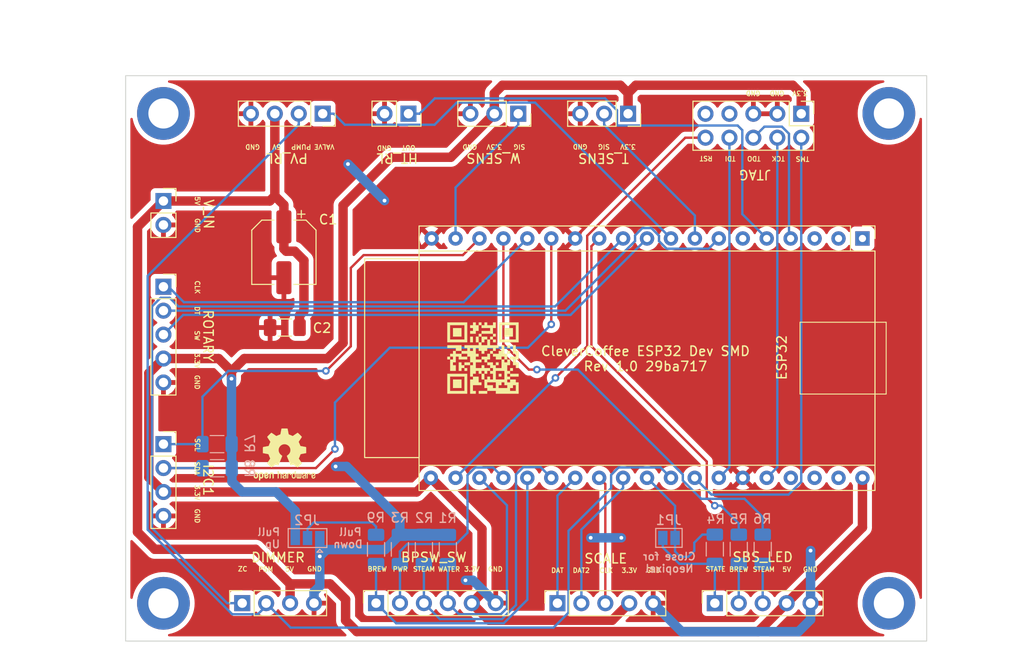
<source format=kicad_pcb>
(kicad_pcb (version 20221018) (generator pcbnew)
  (title_block (date "2023-12-26") (rev "1.6"))
  (layers (0 "F.Cu" signal) (31 "B.Cu" signal) (34 "B.Paste" user) (35 "F.Paste" user) (36 "B.SilkS" user "B.Silkscreen") (37 "F.SilkS" user "F.Silkscreen") (38 "B.Mask" user) (39 "F.Mask" user) (44 "Edge.Cuts" user))
  (net 0 "")
  (net 1 "IO16")
  (net 2 "+3V3")
  (net 3 "GND")
  (net 4 "TDO")
  (net 5 "IO2")
  (net 6 "IO34")
  (net 7 "ZC")
  (net 9 "IO19")
  (net 10 "RT_DT")
  (net 11 "VALVE")
  (net 12 "SDA")
  (net 13 "RT_SW")
  (net 14 "RT_CLK")
  (net 15 "SCL")
  (net 16 "IO36")
  (net 17 "RST")
  (net 18 "IO1")
  (net 19 "IO39")
  (net 20 "IO35")
  (net 21 "IO26")
  (net 22 "SC_DAT")
  (net 23 "TMS")
  (net 24 "TDI")
  (net 25 "TCK")
  (net 26 "+5V")
  (net 29 "IO23")
  (net 30 "SC_CLK")
  (net 31 "PUMP")
  (net 33 "SC_DAT2")
  (net 37 "Net-(JP1-A)")
  (net 40 "Net-(JP2-C)")
  (net 41 "Net-(SBS_LED1-Pin_2)")
  (net 42 "Net-(SBS_LED1-Pin_3)")
  (footprint "Connector_PinSocket_2.54mm:PinSocket_1x02_P2.54mm_Vertical" (layer "F.Cu") (at 129.83 84.035 -90)
    (fp_text reference "HT_RL")
    (fp_text value "Conn_01x02")
  )
  (footprint "Connector_PinSocket_2.54mm:PinSocket_1x04_P2.54mm_Vertical" (layer "F.Cu") (at 120.73 84.035 -90)
    (fp_text reference "PV_RL")
    (fp_text value "Conn_01x04")
  )
  (footprint "Capacitor_SMD:C_1206_3216Metric_Pad1.33x1.80mm_HandSolder" (layer "F.Cu") (at 116.71 106.73 180)
    (fp_text reference "C2")
    (fp_text value "100 nF")
  )
  (footprint "MountingHole:MountingHole_3.2mm_M3_DIN965_Pad" (layer "F.Cu") (at 103.83 84.01)
    (fp_text reference "H1")
    (fp_text value "MountingHole_3.2mm_M3_DIN965_Pad")
  )
  (footprint "Connector_PinSocket_2.54mm:PinSocket_1x05_P2.54mm_Vertical" (layer "F.Cu") (at 145.64 135.98 90)
    (fp_text reference "SCALE")
    (fp_text value "Conn_01x05")
  )
  (footprint "MountingHole:MountingHole_3.2mm_M3_DIN965_Pad" (layer "F.Cu") (at 103.83 135.99)
    (fp_text reference "H4")
    (fp_text value "MountingHole_3.2mm_M3_DIN965_Pad")
  )
  (footprint "Connector_PinSocket_2.54mm:PinSocket_1x03_P2.54mm_Vertical" (layer "F.Cu") (at 153.135 84.04 -90)
    (fp_text reference "T_SENS")
    (fp_text value "Conn_01x03")
  )
  (footprint "Connector_PinSocket_2.54mm:PinSocket_1x05_P2.54mm_Vertical" (layer "F.Cu") (at 103.83 102.4)
    (fp_text reference "ROTARY")
    (fp_text value "Conn_01x05")
  )
  (footprint "MountingHole:MountingHole_3.2mm_M3_DIN965_Pad" (layer "F.Cu") (at 180.81 135.99)
    (fp_text reference "H3")
    (fp_text value "MountingHole_3.2mm_M3_DIN965_Pad")
  )
  (footprint "Connector_PinSocket_2.54mm:PinSocket_1x03_P2.54mm_Vertical" (layer "F.Cu") (at 141.48 84.04 -90)
    (fp_text reference "W_SENS")
    (fp_text value "Conn_01x03")
  )
  (footprint "Connector_PinSocket_2.54mm:PinSocket_1x02_P2.54mm_Vertical" (layer "F.Cu") (at 103.83 93.3)
    (fp_text reference "V_IN")
    (fp_text value "Conn_01x02")
  )
  (footprint "Connector_PinSocket_2.54mm:PinSocket_1x06_P2.54mm_Vertical" (layer "F.Cu") (at 126.39 135.97 90)
    (fp_text reference "BPSW_SW")
    (fp_text value "Conn_01x06")
  )
  (footprint "Connector_PinSocket_2.54mm:PinSocket_1x05_P2.54mm_Vertical" (layer "F.Cu") (at 162.34 135.98 90)
    (fp_text reference "SBS_LED")
    (fp_text value "Conn_01x05")
  )
  (footprint "Module:NodeMCU DevKitC v4" (layer "F.Cu") (at 178.005 97.2775 -90)
    (fp_text reference "ESP32")
    (fp_text value "NodeMCU_DevKitC_v4")
  )
  (footprint "MountingHole:MountingHole_3.2mm_M3_DIN965_Pad" (layer "F.Cu") (at 180.81 84.01)
    (fp_text reference "H2")
    (fp_text value "MountingHole_3.2mm_M3_DIN965_Pad")
  )
  (footprint "LOGO" (layer "F.Cu") (at 137.73 109.96)
    (fp_text reference "G***" hide)
    (fp_text value "LOGO" hide)
  )
  (footprint "Connector_PinSocket_2.54mm:PinSocket_1x04_P2.54mm_Vertical" (layer "F.Cu") (at 112.19 135.975 90)
    (fp_text reference "DIMMER")
    (fp_text value "Conn_01x04")
  )
  (footprint "Capacitor_SMD:CP_Elec_6.3x7.7" (layer "F.Cu") (at 116.6125 98.74 -90)
    (fp_text reference "C1")
    (fp_text value "220 μF")
  )
  (footprint "Connector_PinHeader_2.54mm:PinHeader_2x05_P2.54mm_Vertical" (layer "F.Cu") (at 171.51 84.045 -90)
    (fp_text reference "JTAG")
    (fp_text value "Conn_ARM_JTAG_SWD_10")
  )
  (footprint "Connector_PinSocket_2.54mm:PinSocket_1x04_P2.54mm_Vertical" (layer "F.Cu") (at 103.83 119.1)
    (fp_text reference "I2C1")
    (fp_text value "Conn_01x04")
  )
  (footprint "Symbol:OSHW-Logo2_7.3x6mm_SilkScreen" (layer "F.Cu") (at 116.68 120.2)
    (fp_text reference "REF**" hide)
    (fp_text value "OSHW-Logo2_7.3x6mm_SilkScreen" hide)
  )
  (footprint "Resistor_SMD:R_1206_3216Metric_Pad1.30x1.75mm_HandSolder" (layer "B.Cu") (at 128.92 130.27 -90)
    (fp_text reference "R3")
    (fp_text value "47K Ω")
  )
  (footprint "Resistor_SMD:R_1206_3216Metric_Pad1.30x1.75mm_HandSolder" (layer "B.Cu") (at 164.88 130.25 90)
    (fp_text reference "R5")
    (fp_text value "220 Ω")
  )
  (footprint "Resistor_SMD:R_1206_3216Metric_Pad1.30x1.75mm_HandSolder" (layer "B.Cu") (at 109.52 119.1)
    (fp_text reference "R7")
    (fp_text value "4K7 Ω")
  )
  (footprint "Resistor_SMD:R_1206_3216Metric_Pad1.30x1.75mm_HandSolder" (layer "B.Cu") (at 167.42 130.25 90)
    (fp_text reference "R6")
    (fp_text value "220 Ω")
  )
  (footprint "Resistor_SMD:R_1206_3216Metric_Pad1.30x1.75mm_HandSolder" (layer "B.Cu") (at 162.34 130.25 90)
    (fp_text reference "R4")
    (fp_text value "220 Ω")
  )
  (footprint "Resistor_SMD:R_1206_3216Metric_Pad1.30x1.75mm_HandSolder" (layer "B.Cu") (at 126.39 130.27 -90)
    (fp_text reference "R9")
    (fp_text value "47K Ω")
  )
  (footprint "Jumper:SolderJumper-2_P1.3mm_Open_Pad1.0x1.5mm" (layer "B.Cu") (at 157.47 129.05)
    (fp_text reference "JP1")
    (fp_text value "SolderJumper_2_Open")
  )
  (footprint "Resistor_SMD:R_1206_3216Metric_Pad1.30x1.75mm_HandSolder" (layer "B.Cu") (at 134.01 130.28 -90)
    (fp_text reference "R1")
    (fp_text value "47K Ω")
  )
  (footprint "Resistor_SMD:R_1206_3216Metric_Pad1.30x1.75mm_HandSolder" (layer "B.Cu") (at 131.47 130.27 -90)
    (fp_text reference "R2")
    (fp_text value "47K Ω")
  )
  (footprint "Jumper:SolderJumper-3_P1.3mm_Open_Pad1.0x1.5mm" (layer "B.Cu") (at 119.12 129.0675 180)
    (fp_text reference "JP2")
    (fp_text value "SolderJumper_3_Open")
  )
  (footprint "Resistor_SMD:R_1206_3216Metric_Pad1.30x1.75mm_HandSolder" (layer "B.Cu") (at 109.53 121.66)
    (fp_text reference "R8")
    (fp_text value "4K7 Ω")
  )
  (gr_rect (start 99.82 80) (end 184.82 140) (stroke (width 0.1)) (fill none) (layer "Edge.Cuts"))
  (gr_text "Pull \nDown" (at 121.77 130.1875) (layer "B.SilkS") (effects (font (size 0.8 0.8)) (justify right bottom mirror)))
  (gr_text "Pull\nUp" (at 116.28 130.1875) (layer "B.SilkS") (effects (font (size 0.8 0.8)) (justify left bottom mirror)))
  (gr_text "Close for\nNeopixel" (at 157.51 132.78) (layer "B.SilkS") (effects (font (size 0.8 0.8)) (justify bottom mirror)))
  (gr_text "RST" (at 161.415 88.78 180) (layer "F.SilkS") (effects (font (size 0.5 0.5) (thickness 0.1))))
  (gr_text "PUMP" (at 118.445 87.55 180) (layer "F.SilkS") (effects (font (size 0.5 0.5) (thickness 0.1))))
  (gr_text "3.3V\n" (at 136.56 132.37) (layer "F.SilkS") (effects (font (size 0.5 0.5) (thickness 0.1))))
  (gr_text "3.3V" (at 153.265 132.505) (layer "F.SilkS") (effects (font (size 0.5 0.5) (thickness 0.1))))
  (gr_text "GND" (at 155.815 132.48) (layer "F.SilkS") (effects (font (size 0.5 0.5) (thickness 0.1))))
  (gr_text "GND" (at 107.4 112.53 -90) (layer "F.SilkS") (effects (font (size 0.5 0.5) (thickness 0.1))))
  (gr_text "5V" (at 117.21 132.375) (layer "F.SilkS") (effects (font (size 0.5 0.5) (thickness 0.1))))
  (gr_text "3.3V\n" (at 153.12 87.54 180) (layer "F.SilkS") (effects (font (size 0.5 0.5) (thickness 0.1))))
  (gr_text "GND" (at 107.43 95.9 -90) (layer "F.SilkS") (effects (font (size 0.5 0.5) (thickness 0.1))))
  (gr_text "ZC" (at 112.235 132.35) (layer "F.SilkS") (effects (font (size 0.5 0.5) (thickness 0.1))))
  (gr_text "CleverCoffee ESP32 Dev SMD\nRev 1.0 29ba717\n" (at 154.98 110.04) (layer "F.SilkS") (effects (font (size 1 1))))
  (gr_text "BREW" (at 164.88 132.39) (layer "F.SilkS") (effects (font (size 0.5 0.5) (thickness 0.1))))
  (gr_text "3.3V\n" (at 107.4 110.235 -90) (layer "F.SilkS") (effects (font (size 0.5 0.5) (thickness 0.1))))
  (gr_text "SW" (at 107.4 107.585 -90) (layer "F.SilkS") (effects (font (size 0.5 0.5) (thickness 0.1))))
  (gr_text "CLK" (at 107.425 102.455 -90) (layer "F.SilkS") (effects (font (size 0.5 0.5) (thickness 0.1))))
  (gr_text "DAT2" (at 148.165 132.505) (layer "F.SilkS") (effects (font (size 0.5 0.5) (thickness 0.1))))
  (gr_text "WATER" (at 134.13 132.38) (layer "F.SilkS") (effects (font (size 0.5 0.5) (thickness 0.1))))
  (gr_text "GND" (at 113.29 87.55 180) (layer "F.SilkS") (effects (font (size 0.5 0.5) (thickness 0.1))))
  (gr_text "3.3V\n" (at 138.935 87.55 180) (layer "F.SilkS") (effects (font (size 0.5 0.5) (thickness 0.1))))
  (gr_text "TCK" (at 169.065 88.8 180) (layer "F.SilkS") (effects (font (size 0.5 0.5) (thickness 0.1))))
  (gr_text "SIG" (at 150.57 87.54 180) (layer "F.SilkS") (effects (font (size 0.5 0.5) (thickness 0.1))))
  (gr_text "5V" (at 169.97 132.4) (layer "F.SilkS") (effects (font (size 0.5 0.5) (thickness 0.1))))
  (gr_text "SCL\n" (at 107.425 119.175 -90) (layer "F.SilkS") (effects (font (size 0.5 0.5) (thickness 0.1))))
  (gr_text "DT" (at 107.4 104.93 -90) (layer "F.SilkS") (effects (font (size 0.5 0.5) (thickness 0.1))))
  (gr_text "GND" (at 172.47 132.4) (layer "F.SilkS") (effects (font (size 0.5 0.5) (thickness 0.1))))
  (gr_text "GND" (at 107.41 126.725 -90) (layer "F.SilkS") (effects (font (size 0.5 0.5) (thickness 0.1))))
  (gr_text "CLK" (at 150.815 132.505) (layer "F.SilkS") (effects (font (size 0.5 0.5) (thickness 0.1))))
  (gr_text "BREW" (at 126.52 132.36) (layer "F.SilkS") (effects (font (size 0.5 0.5) (thickness 0.1))))
  (gr_text "GND" (at 136.34 87.55 180) (layer "F.SilkS") (effects (font (size 0.5 0.5) (thickness 0.1))))
  (gr_text "STEAM" (at 131.48 132.37) (layer "F.SilkS") (effects (font (size 0.5 0.5) (thickness 0.1))))
  (gr_text "3.3V" (at 107.41 124.25 -90) (layer "F.SilkS") (effects (font (size 0.5 0.5) (thickness 0.1))))
  (gr_text "GND" (at 139.05 132.37) (layer "F.SilkS") (effects (font (size 0.5 0.5) (thickness 0.1))))
  (gr_text "TDI" (at 163.975 88.8 180) (layer "F.SilkS") (effects (font (size 0.5 0.5) (thickness 0.1))))
  (gr_text "SDA" (at 107.4 121.675 -90) (layer "F.SilkS") (effects (font (size 0.5 0.5) (thickness 0.1))))
  (gr_text "VALVE" (at 120.89 87.55 180) (layer "F.SilkS") (effects (font (size 0.5 0.5) (thickness 0.1))))
  (gr_text "OUT" (at 129.84 87.645 180) (layer "F.SilkS") (effects (font (size 0.5 0.5) (thickness 0.1))))
  (gr_text "GND" (at 119.86 132.35) (layer "F.SilkS") (effects (font (size 0.5 0.5) (thickness 0.1))))
  (gr_text "PWR" (at 128.96 132.37) (layer "F.SilkS") (effects (font (size 0.5 0.5) (thickness 0.1))))
  (gr_text "DAT" (at 145.64 132.505) (layer "F.SilkS") (effects (font (size 0.5 0.5) (thickness 0.1))))
  (gr_text "STEAM" (at 167.53 132.39) (layer "F.SilkS") (effects (font (size 0.5 0.5) (thickness 0.1))))
  (gr_text "GND" (at 148.05 87.53 180) (layer "F.SilkS") (effects (font (size 0.5 0.5) (thickness 0.1))))
  (gr_text "GND" (at 127.27 87.67 180) (layer "F.SilkS") (effects (font (size 0.5 0.5) (thickness 0.1))))
  (gr_text "STATE" (at 162.42 132.37) (layer "F.SilkS") (effects (font (size 0.5 0.5) (thickness 0.1))))
  (gr_text "PSM" (at 114.685 132.375) (layer "F.SilkS") (effects (font (size 0.5 0.5) (thickness 0.1))))
  (gr_text "TDO" (at 166.485 88.8 180) (layer "F.SilkS") (effects (font (size 0.5 0.5) (thickness 0.1))))
  (gr_text "TMS" (at 171.645 88.83 180) (layer "F.SilkS") (effects (font (size 0.5 0.5) (thickness 0.1))))
  (gr_text "SIG" (at 141.595 87.55 180) (layer "F.SilkS") (effects (font (size 0.5 0.5) (thickness 0.1))))
  (gr_text "5V" (at 115.84 87.55 180) (layer "F.SilkS") (effects (font (size 0.5 0.5) (thickness 0.1))))
  (gr_text "GND" (at 166.405 81.86 180) (layer "F.SilkS") (effects (font (size 0.5 0.5) (thickness 0.1))))
  (gr_text "3.3V\n" (at 171.385 81.86 180) (layer "F.SilkS") (effects (font (size 0.5 0.5) (thickness 0.1))))
  (gr_text "GND" (at 168.945 81.86 180) (layer "F.SilkS") (effects (font (size 0.5 0.5) (thickness 0.1))))
  (gr_text "5V" (at 107.43 93.28 -90) (layer "F.SilkS") (effects (font (size 0.5 0.5) (thickness 0.1))))
  (segment (start 160.225 94.8453) (end 150.595 85.2153) (width 0.25) (layer "B.Cu") (net 1))
  (segment (start 160.225 97.2775) (end 160.225 94.8453) (width 0.25) (layer "B.Cu") (net 1))
  (segment (start 150.595 84.04) (end 150.595 85.2153) (width 0.25) (layer "B.Cu") (net 1))
  (segment (start 128 88.66) (end 122.89 93.77) (width 1) (layer "F.Cu") (net 2))
  (segment (start 138.37 137.79) (end 151.45 137.79) (width 1) (layer "F.Cu") (net 2))
  (segment (start 153.135 81.845) (end 152.31 81.02) (width 1) (layer "F.Cu") (net 2))
  (segment (start 151.45 137.79) (end 153.26 135.98) (width 1) (layer "F.Cu") (net 2))
  (segment (start 153.135 81.845) (end 153.96 81.02) (width 1) (layer "F.Cu") (net 2))
  (segment (start 111.05 112.16) (end 111.05 111.38) (width 1) (layer "F.Cu") (net 2))
  (segment (start 102.28 122.63) (end 102.28 111.57) (width 1) (layer "F.Cu") (net 2))
  (segment (start 138.94 84.04) (end 138.94 81.88) (width 1) (layer "F.Cu") (net 2))
  (segment (start 102.28 111.57) (end 103.83 110.02) (width 1) (layer "F.Cu") (net 2))
  (segment (start 135.108834 125.581166) (end 132.205 122.678) (width 1) (layer "F.Cu") (net 2))
  (segment (start 132.205 122.678) (end 130.702 124.18) (width 1) (layer "F.Cu") (net 2))
  (segment (start 132.205 122.6775) (end 132.205 122.678) (width 1) (layer "F.Cu") (net 2))
  (segment (start 122.89 93.77) (end 122.89 108.37) (width 1) (layer "F.Cu") (net 2))
  (segment (start 136.55 135.97) (end 137.63 134.89) (width 1) (layer "F.Cu") (net 2))
  (segment (start 137.63 134.89) (end 137.63 128.102332) (width 1) (layer "F.Cu") (net 2))
  (segment (start 138.94 81.88) (end 139.8 81.02) (width 1) (layer "F.Cu") (net 2))
  (segment (start 111.05 111.38) (end 109.69 110.02) (width 1) (layer "F.Cu") (net 2))
  (segment (start 136.55 135.97) (end 138.37 137.79) (width 1) (layer "F.Cu") (net 2))
  (segment (start 103.83 124.18) (end 102.28 122.63) (width 1) (layer "F.Cu") (net 2))
  (segment (start 138.94 84.04) (end 134.32 88.66) (width 1) (layer "F.Cu") (net 2))
  (segment (start 170.61 81.02) (end 171.51 81.92) (width 1) (layer "F.Cu") (net 2))
  (segment (start 134.32 88.66) (end 128 88.66) (width 1) (layer "F.Cu") (net 2))
  (segment (start 171.51 81.92) (end 171.51 84.045) (width 1) (layer "F.Cu") (net 2))
  (segment (start 122.89 108.37) (end 121.24 110.02) (width 1) (layer "F.Cu") (net 2))
  (segment (start 137.63 128.102332) (end 135.108834 125.581166) (width 1) (layer "F.Cu") (net 2))
  (segment (start 121.24 110.02) (end 112.41 110.02) (width 1) (layer "F.Cu") (net 2))
  (segment (start 112.41 110.02) (end 111.05 111.38) (width 1) (layer "F.Cu") (net 2))
  (segment (start 152.31 81.02) (end 139.8 81.02) (width 1) (layer "F.Cu") (net 2))
  (segment (start 130.702 124.18) (end 103.83 124.18) (width 1) (layer "F.Cu") (net 2))
  (segment (start 109.69 110.02) (end 103.83 110.02) (width 1) (layer "F.Cu") (net 2))
  (segment (start 153.96 81.02) (end 170.61 81.02) (width 1) (layer "F.Cu") (net 2))
  (segment (start 153.135 84.04) (end 153.135 81.845) (width 1) (layer "F.Cu") (net 2))
  (via (at 111.05 112.16) (size 0.8) (drill 0.4) (layers "F.Cu" "B.Cu") (net 2))
  (segment (start 111.1 121.68) (end 111.1 123.09) (width 1) (layer "B.Cu") (net 2))
  (segment (start 111.07 119.1) (end 111.07 121.65) (width 1) (layer "B.Cu") (net 2))
  (segment (start 111.08 121.66) (end 111.1 121.68) (width 1) (layer "B.Cu") (net 2))
  (segment (start 111.1 123.09) (end 112.18 124.17) (width 1) (layer "B.Cu") (net 2))
  (segment (start 111.05 112.16) (end 111.05 119.08) (width 1) (layer "B.Cu") (net 2))
  (segment (start 111.07 121.65) (end 111.08 121.66) (width 1) (layer "B.Cu") (net 2))
  (segment (start 112.18 124.17) (end 115.79 124.17) (width 1) (layer "B.Cu") (net 2))
  (segment (start 117.82 129.0675) (end 117.82 129.068) (width 1) (layer "B.Cu") (net 2))
  (segment (start 117.82 126.2) (end 117.82 129.0675) (width 1) (layer "B.Cu") (net 2))
  (segment (start 111.05 119.08) (end 111.07 119.1) (width 1) (layer "B.Cu") (net 2))
  (segment (start 115.79 124.17) (end 117.82 126.2) (width 1) (layer "B.Cu") (net 2))
  (via (at 120.42 131.01) (size 0.8) (drill 0.4) (layers "F.Cu" "B.Cu") (net 3))
  (via (at 122.1 121.47) (size 0.8) (drill 0.4) (layers "F.Cu" "B.Cu") (net 3))
  (via (at 135.88 133.55) (size 0.8) (drill 0.4) (layers "F.Cu" "B.Cu") (net 3))
  (via (at 152.42 129.04) (size 0.8) (drill 0.4) (layers "F.Cu" "B.Cu") (net 3))
  (via (at 123.41 89.38) (size 0.8) (drill 0.4) (layers "F.Cu" "B.Cu") (net 3))
  (via (at 149.17 129.04) (size 0.8) (drill 0.4) (layers "F.Cu" "B.Cu") (net 3))
  (via (at 127.29 93.26) (size 0.8) (drill 0.4) (layers "F.Cu" "B.Cu") (net 3))
  (via (at 172.5 130.4) (size 0.8) (drill 0.4) (layers "F.Cu" "B.Cu") (net 3))
  (segment (start 120.42 131.01) (end 120.42 134.16) (width 1) (layer "B.Cu") (net 3))
  (segment (start 131.47 128.72) (end 134 128.72) (width 1.25) (layer "B.Cu") (net 3))
  (segment (start 158.82 139) (end 171.22 139) (width 1) (layer "B.Cu") (net 3))
  (segment (start 172.5 130.4) (end 172.5 135.98) (width 1) (layer "B.Cu") (net 3))
  (segment (start 120.42 134.16) (end 119.81 134.77) (width 1) (layer "B.Cu") (net 3))
  (segment (start 121.14 130.29) (end 127.35 130.29) (width 1) (layer "B.Cu") (net 3))
  (segment (start 139.09 135.97) (end 136.67 133.55) (width 1) (layer "B.Cu") (net 3))
  (segment (start 172.5 137.72) (end 172.5 135.98) (width 1) (layer "B.Cu") (net 3))
  (segment (start 123.27 121.47) (end 128.94 127.14) (width 1) (layer "B.Cu") (net 3))
  (segment (start 120.42 129.0675) (end 120.42 131.01) (width 1) (layer "B.Cu") (net 3))
  (segment (start 134 128.72) (end 134.01 128.73) (width 1.25) (layer "B.Cu") (net 3))
  (segment (start 172.5 130.4) (end 172.51 130.39) (width 1) (layer "B.Cu") (net 3))
  (segment (start 120.42 131.01) (end 121.14 130.29) (width 1) (layer "B.Cu") (net 3))
  (segment (start 152.42 129.04) (end 149.17 129.04) (width 1) (layer "B.Cu") (net 3))
  (segment (start 122.1 121.47) (end 123.27 121.47) (width 1) (layer "B.Cu") (net 3))
  (segment (start 128.92 127.16) (end 128.92 128.72) (width 1) (layer "B.Cu") (net 3))
  (segment (start 127.35 130.29) (end 128.92 128.72) (width 1) (layer "B.Cu") (net 3))
  (segment (start 136.67 133.55) (end 135.88 133.55) (width 1) (layer "B.Cu") (net 3))
  (segment (start 155.8 135.98) (end 158.82 139) (width 1) (layer "B.Cu") (net 3))
  (segment (start 119.81 134.77) (end 119.81 135.975) (width 1) (layer "B.Cu") (net 3))
  (segment (start 128.94 127.14) (end 128.92 127.16) (width 1) (layer "B.Cu") (net 3))
  (segment (start 171.22 139) (end 172.5 137.72) (width 1) (layer "B.Cu") (net 3))
  (segment (start 123.41 89.38) (end 127.29 93.26) (width 1) (layer "B.Cu") (net 3))
  (segment (start 128.92 128.72) (end 131.47 128.72) (width 1.25) (layer "B.Cu") (net 3))
  (segment (start 166.43 86.585) (end 167.605 85.41) (width 0.25) (layer "B.Cu") (net 4))
  (segment (start 170.21 97.1025) (end 170.385 97.2775) (width 0.25) (layer "B.Cu") (net 4))
  (segment (start 167.605 85.41) (end 169.456701 85.41) (width 0.25) (layer "B.Cu") (net 4))
  (segment (start 170.21 86.163299) (end 170.21 97.1025) (width 0.25) (layer "B.Cu") (net 4))
  (segment (start 169.456701 85.41) (end 170.21 86.163299) (width 0.25) (layer "B.Cu") (net 4))
  (segment (start 165.255 94.6875) (end 165.255 85.785) (width 0.25) (layer "B.Cu") (net 5))
  (segment (start 151.9596 85.2146) (end 151.9596 83.6746) (width 0.25) (layer "B.Cu") (net 5))
  (segment (start 151.9596 83.6746) (end 150.6944 82.4094) (width 0.25) (layer "B.Cu") (net 5))
  (segment (start 131.0053 84.035) (end 129.83 84.035) (width 0.25) (layer "B.Cu") (net 5))
  (segment (start 167.845 97.2775) (end 165.255 94.6875) (width 0.25) (layer "B.Cu") (net 5))
  (segment (start 150.6944 82.4094) (end 132.6309 82.4094) (width 0.25) (layer "B.Cu") (net 5))
  (segment (start 152.0354 85.2904) (end 151.9596 85.2146) (width 0.25) (layer "B.Cu") (net 5))
  (segment (start 164.7604 85.2904) (end 152.0354 85.2904) (width 0.25) (layer "B.Cu") (net 5))
  (segment (start 132.6309 82.4094) (end 131.0053 84.035) (width 0.25) (layer "B.Cu") (net 5))
  (segment (start 165.255 85.785) (end 164.7604 85.2904) (width 0.25) (layer "B.Cu") (net 5))
  (segment (start 142.445 135.6077) (end 142.445 122.6775) (width 0.25) (layer "B.Cu") (net 6))
  (segment (start 128.53 138.11) (end 139.9427 138.11) (width 0.25) (layer "B.Cu") (net 6))
  (segment (start 126.39 135.97) (end 128.53 138.11) (width 0.25) (layer "B.Cu") (net 6))
  (segment (start 139.9427 138.11) (end 142.445 135.6077) (width 0.25) (layer "B.Cu") (net 6))
  (segment (start 126.39 135.97) (end 126.39 131.82) (width 0.25) (layer "B.Cu") (net 6))
  (segment (start 105.4046 104.49) (end 104.49 103.5754) (width 0.25) (layer "B.Cu") (net 7))
  (segment (start 104.49 103.5754) (end 103.5314 103.5754) (width 0.25) (layer "B.Cu") (net 7))
  (segment (start 102.6226 128.008504) (end 110.589096 135.975) (width 0.25) (layer "B.Cu") (net 7))
  (segment (start 103.5314 103.5754) (end 102.6226 104.4842) (width 0.25) (layer "B.Cu") (net 7))
  (segment (start 110.589096 135.975) (end 112.19 135.975) (width 0.25) (layer "B.Cu") (net 7))
  (segment (start 102.6226 104.4842) (end 102.6226 128.008504) (width 0.25) (layer "B.Cu") (net 7))
  (segment (start 145.3925 104.49) (end 105.4046 104.49) (width 0.25) (layer "B.Cu") (net 7))
  (segment (start 152.605 97.2775) (end 145.3925 104.49) (width 0.25) (layer "B.Cu") (net 7))
  (segment (start 149.245 108.715) (end 161.485 120.955) (width 0.25) (layer "F.Cu") (net 9))
  (segment (start 150.065 97.2775) (end 149.245 98.0975) (width 0.25) (layer "F.Cu") (net 9))
  (segment (start 161.485 124.7848) (end 162.3301 125.6299) (width 0.25) (layer "F.Cu") (net 9))
  (segment (start 161.485 120.955) (end 161.485 124.7848) (width 0.25) (layer "F.Cu") (net 9))
  (segment (start 149.245 98.0975) (end 149.245 108.715) (width 0.25) (layer "F.Cu") (net 9))
  (via (at 162.3301 125.6299) (size 0.8) (drill 0.4) (layers "F.Cu" "B.Cu") (net 9))
  (segment (start 162.9899 125.6299) (end 162.3301 125.6299) (width 0.25) (layer "B.Cu") (net 9))
  (segment (start 164.88 128.7) (end 164.88 127.52) (width 0.25) (layer "B.Cu") (net 9))
  (segment (start 164.88 127.52) (end 162.9899 125.6299) (width 0.25) (layer "B.Cu") (net 9))
  (segment (start 154.6568 96.1709) (end 153.875 96.9527) (width 0.25) (layer "B.Cu") (net 10))
  (segment (start 156.415 97.5544) (end 156.415 96.9857) (width 0.25) (layer "B.Cu") (net 10))
  (segment (start 156.415 96.9857) (end 155.6002 96.1709) (width 0.25) (layer "B.Cu") (net 10))
  (segment (start 153.875 96.9527) (end 153.875 97.5514) (width 0.25) (layer "B.Cu") (net 10))
  (segment (start 162.765 97.2775) (end 161.6776 98.3649) (width 0.25) (layer "B.Cu") (net 10))
  (segment (start 155.6002 96.1709) (end 154.6568 96.1709) (width 0.25) (layer "B.Cu") (net 10))
  (segment (start 153.875 97.5514) (end 146.4864 104.94) (width 0.25) (layer "B.Cu") (net 10))
  (segment (start 161.6776 98.3649) (end 157.2255 98.3649) (width 0.25) (layer "B.Cu") (net 10))
  (segment (start 146.4864 104.94) (end 103.83 104.94) (width 0.25) (layer "B.Cu") (net 10))
  (segment (start 157.2255 98.3649) (end 156.415 97.5544) (width 0.25) (layer "B.Cu") (net 10))
  (segment (start 134.9494 82.8598) (end 132.5989 85.2103) (width 0.25) (layer "B.Cu") (net 11))
  (segment (start 132.5989 85.2103) (end 123.0806 85.2103) (width 0.25) (layer "B.Cu") (net 11))
  (segment (start 123.0806 85.2103) (end 121.9053 84.035) (width 0.25) (layer "B.Cu") (net 11))
  (segment (start 157.685 97.2775) (end 143.2673 82.8598) (width 0.25) (layer "B.Cu") (net 11))
  (segment (start 143.2673 82.8598) (end 134.9494 82.8598) (width 0.25) (layer "B.Cu") (net 11))
  (segment (start 120.73 84.035) (end 121.9053 84.035) (width 0.25) (layer "B.Cu") (net 11))
  (segment (start 144.985 106.39) (end 144.985 97.2775) (width 0.25) (layer "F.Cu") (net 12))
  (segment (start 120.01 121.64) (end 103.83 121.64) (width 0.25) (layer "F.Cu") (net 12))
  (segment (start 122.03 119.62) (end 120.01 121.64) (width 0.25) (layer "F.Cu") (net 12))
  (via (at 144.985 106.39) (size 0.8) (drill 0.4) (layers "F.Cu" "B.Cu") (net 12))
  (via (at 122.03 119.62) (size 0.8) (drill 0.4) (layers "F.Cu" "B.Cu") (net 12))
  (segment (start 127.85 108.87) (end 142.505 108.87) (width 0.25) (layer "B.Cu") (net 12))
  (segment (start 142.505 108.87) (end 144.985 106.39) (width 0.25) (layer "B.Cu") (net 12))
  (segment (start 103.83 121.64) (end 107.96 121.64) (width 0.25) (layer "B.Cu") (net 12))
  (segment (start 122.03 114.69) (end 127.85 108.87) (width 0.25) (layer "B.Cu") (net 12))
  (segment (start 122.03 119.62) (end 122.03 114.69) (width 0.25) (layer "B.Cu") (net 12))
  (segment (start 107.96 121.64) (end 107.98 121.66) (width 0.25) (layer "B.Cu") (net 12))
  (segment (start 155.145 97.2775) (end 147.0325 105.39) (width 0.25) (layer "B.Cu") (net 13))
  (segment (start 105.92 105.39) (end 103.83 107.48) (width 0.25) (layer "B.Cu") (net 13))
  (segment (start 147.0325 105.39) (end 105.92 105.39) (width 0.25) (layer "B.Cu") (net 13))
  (segment (start 142.445 97.2775) (end 135.6825 104.04) (width 0.25) (layer "B.Cu") (net 14))
  (segment (start 135.6825 104.04) (end 106 104.04) (width 0.25) (layer "B.Cu") (net 14))
  (segment (start 106 104.04) (end 104.36 102.4) (width 0.25) (layer "B.Cu") (net 14))
  (segment (start 104.36 102.4) (end 103.83 102.4) (width 0.25) (layer "B.Cu") (net 14))
  (segment (start 135.6005 99.042) (end 125.073 99.042) (width 0.25) (layer "F.Cu") (net 15))
  (segment (start 121.096726 111.33) (end 121.07 111.33) (width 0.25) (layer "F.Cu") (net 15))
  (segment (start 121.07 111.33) (end 121.07 111.356726) (width 0.25) (layer "F.Cu") (net 15))
  (segment (start 123.715 108.711726) (end 121.096726 111.33) (width 0.25) (layer "F.Cu") (net 15))
  (segment (start 123.715 100.4) (end 123.715 108.711726) (width 0.25) (layer "F.Cu") (net 15))
  (segment (start 125.073 99.042) (end 123.715 100.4) (width 0.25) (layer "F.Cu") (net 15))
  (segment (start 137.365 97.2775) (end 135.6005 99.042) (width 0.25) (layer "F.Cu") (net 15))
  (via (at 121.07 111.33) (size 0.8) (drill 0.4) (layers "F.Cu" "B.Cu") (net 15))
  (segment (start 121.005 111.335) (end 121.01 111.34) (width 0.25) (layer "B.Cu") (net 15))
  (segment (start 103.83 119.1) (end 107.97 119.1) (width 0.25) (layer "B.Cu") (net 15))
  (segment (start 110.708274 111.335) (end 121.005 111.335) (width 0.25) (layer "B.Cu") (net 15))
  (segment (start 107.97 119.1) (end 107.97 114.073274) (width 0.25) (layer "B.Cu") (net 15))
  (segment (start 107.97 114.073274) (end 110.708274 111.335) (width 0.25) (layer "B.Cu") (net 15))
  (segment (start 134.01 135.97) (end 135.1869 137.1469) (width 0.25) (layer "B.Cu") (net 16))
  (segment (start 140.2808 125.5933) (end 137.365 122.6775) (width 0.25) (layer "B.Cu") (net 16))
  (segment (start 140.2808 136.4981) (end 140.2808 125.5933) (width 0.25) (layer "B.Cu") (net 16))
  (segment (start 139.632 137.1469) (end 140.2808 136.4981) (width 0.25) (layer "B.Cu") (net 16))
  (segment (start 135.1869 137.1469) (end 139.632 137.1469) (width 0.25) (layer "B.Cu") (net 16))
  (segment (start 134.01 135.97) (end 134.01 131.83) (width 0.25) (layer "B.Cu") (net 16))
  (segment (start 148.795 96.9939) (end 159.2039 86.585) (width 0.25) (layer "F.Cu") (net 17))
  (segment (start 145.42625 112.07625) (end 148.795 108.7075) (width 0.25) (layer "F.Cu") (net 17))
  (segment (start 148.795 108.7075) (end 148.795 96.9939) (width 0.25) (layer "F.Cu") (net 17))
  (segment (start 159.2039 86.585) (end 161.35 86.585) (width 0.25) (layer "F.Cu") (net 17))
  (via (at 145.42625 112.07625) (size 0.8) (drill 0.4) (layers "F.Cu" "B.Cu") (net 17))
  (segment (start 145.42625 112.07625) (end 134.825 122.6775) (width 0.25) (layer "B.Cu") (net 17))
  (segment (start 143.46 111.19) (end 142.6 111.19) (width 0.25) (layer "F.Cu") (net 18))
  (segment (start 142.6 111.19) (end 139.89 108.48) (width 0.25) (layer "F.Cu") (net 18))
  (segment (start 139.89 108.48) (end 139.905 108.465) (width 0.25) (layer "F.Cu") (net 18))
  (segment (start 139.905 108.465) (end 139.905 97.2775) (width 0.25) (layer "F.Cu") (net 18))
  (via (at 143.46 111.19) (size 0.8) (drill 0.4) (layers "F.Cu" "B.Cu") (net 18))
  (segment (start 167.42 128.7) (end 167.42 126.83) (width 0.25) (layer "B.Cu") (net 18))
  (segment (start 160.8943 124.9049) (end 158.945 122.9556) (width 0.25) (layer "B.Cu") (net 18))
  (segment (start 158.945 122.9556) (end 158.945 122.3263) (width 0.25) (layer "B.Cu") (net 18))
  (segment (start 158.945 122.3263) (end 147.8087 111.19) (width 0.25) (layer "B.Cu") (net 18))
  (segment (start 147.8087 111.19) (end 143.46 111.19) (width 0.25) (layer "B.Cu") (net 18))
  (segment (start 167.42 126.83) (end 165.4949 124.9049) (width 0.25) (layer "B.Cu") (net 18))
  (segment (start 165.4949 124.9049) (end 160.8943 124.9049) (width 0.25) (layer "B.Cu") (net 18))
  (segment (start 136.095 122.3873) (end 136.095 128.505) (width 0.25) (layer "B.Cu") (net 19))
  (segment (start 136.903 121.5793) (end 136.095 122.3873) (width 0.25) (layer "B.Cu") (net 19))
  (segment (start 128.92 130.48) (end 128.92 131.82) (width 0.25) (layer "B.Cu") (net 19))
  (segment (start 129.695 129.705) (end 128.92 130.48) (width 0.25) (layer "B.Cu") (net 19))
  (segment (start 136.095 128.505) (end 134.895 129.705) (width 0.25) (layer "B.Cu") (net 19))
  (segment (start 128.93 131.83) (end 128.92 131.82) (width 0.25) (layer "B.Cu") (net 19))
  (segment (start 134.895 129.705) (end 129.695 129.705) (width 0.25) (layer "B.Cu") (net 19))
  (segment (start 128.93 135.97) (end 128.93 131.83) (width 0.25) (layer "B.Cu") (net 19))
  (segment (start 139.905 122.6775) (end 138.8068 121.5793) (width 0.25) (layer "B.Cu") (net 19))
  (segment (start 138.8068 121.5793) (end 136.903 121.5793) (width 0.25) (layer "B.Cu") (net 19))
  (segment (start 139.7561 137.6597) (end 141.2427 136.1731) (width 0.25) (layer "B.Cu") (net 20))
  (segment (start 141.2427 122.3173) (end 142.0131 121.5469) (width 0.25) (layer "B.Cu") (net 20))
  (segment (start 141.2427 136.1731) (end 141.2427 122.3173) (width 0.25) (layer "B.Cu") (net 20))
  (segment (start 143.8544 121.5469) (end 144.985 122.6775) (width 0.25) (layer "B.Cu") (net 20))
  (segment (start 131.47 135.97) (end 133.1597 137.6597) (width 0.25) (layer "B.Cu") (net 20))
  (segment (start 142.0131 121.5469) (end 143.8544 121.5469) (width 0.25) (layer "B.Cu") (net 20))
  (segment (start 131.47 135.97) (end 131.47 131.82) (width 0.25) (layer "B.Cu") (net 20))
  (segment (start 133.1597 137.6597) (end 139.7561 137.6597) (width 0.25) (layer "B.Cu") (net 20))
  (segment (start 155.145 122.6775) (end 158.12 125.6525) (width 0.25) (layer "B.Cu") (net 21))
  (segment (start 162.34 128.7) (end 161.02 128.7) (width 0.25) (layer "B.Cu") (net 21))
  (segment (start 158.12 130.49) (end 158.12 129.05) (width 0.25) (layer "B.Cu") (net 21))
  (segment (start 160.16 130.43) (end 159.53 131.06) (width 0.25) (layer "B.Cu") (net 21))
  (segment (start 161.02 128.7) (end 160.16 129.56) (width 0.25) (layer "B.Cu") (net 21))
  (segment (start 158.69 131.06) (end 158.12 130.49) (width 0.25) (layer "B.Cu") (net 21))
  (segment (start 162.34 128.7) (end 161.99 129.05) (width 0.25) (layer "B.Cu") (net 21))
  (segment (start 158.12 125.6525) (end 158.12 129.05) (width 0.25) (layer "B.Cu") (net 21))
  (segment (start 159.53 131.06) (end 158.69 131.06) (width 0.25) (layer "B.Cu") (net 21))
  (segment (start 160.16 129.56) (end 160.16 130.43) (width 0.25) (layer "B.Cu") (net 21))
  (segment (start 145.64 124.5625) (end 147.525 122.6775) (width 0.25) (layer "B.Cu") (net 22))
  (segment (start 145.64 135.98) (end 145.64 124.5625) (width 0.25) (layer "B.Cu") (net 22))
  (segment (start 160.205 122.6775) (end 161.9824 124.4549) (width 0.25) (layer "B.Cu") (net 23))
  (segment (start 171.51 123.109751) (end 171.51 86.585) (width 0.25) (layer "B.Cu") (net 23))
  (segment (start 170.164851 124.4549) (end 171.51 123.109751) (width 0.25) (layer "B.Cu") (net 23))
  (segment (start 161.9824 124.4549) (end 170.164851 124.4549) (width 0.25) (layer "B.Cu") (net 23))
  (segment (start 162.765 122.6775) (end 163.89 121.5525) (width 0.25) (layer "B.Cu") (net 24))
  (segment (start 163.89 121.5525) (end 163.89 86.585) (width 0.25) (layer "B.Cu") (net 24))
  (segment (start 168.97 121.5525) (end 167.845 122.6775) (width 0.25) (layer "B.Cu") (net 25))
  (segment (start 168.97 86.585) (end 168.97 121.5525) (width 0.25) (layer "B.Cu") (net 25))
  (segment (start 178.005 127.935) (end 178.005 122.678) (width 1) (layer "F.Cu") (net 26))
  (segment (start 169.96 135.98) (end 178.005 127.935) (width 1) (layer "F.Cu") (net 26))
  (segment (start 101.08 96.05) (end 103.83 93.3) (width 1) (layer "F.Cu") (net 26))
  (segment (start 123.16 137.8) (end 124.35 138.99) (width 1) (layer "F.Cu") (net 26))
  (segment (start 115.11 93.3) (end 115.65 92.76) (width 1) (layer "F.Cu") (net 26))
  (segment (start 121.51 133.93) (end 123.16 135.58) (width 1) (layer "F.Cu") (net 26))
  (segment (start 116.6125 98.3825) (end 116.86 98.63) (width 1) (layer "F.Cu") (net 26))
  (segment (start 116.612 93.7225) (end 116.612 95.1425) (width 1) (layer "F.Cu") (net 26))
  (segment (start 166.95 138.99) (end 169.96 135.98) (width 1) (layer "F.Cu") (net 26))
  (segment (start 118.2725 106.7295) (end 118.272 106.73) (width 1) (layer "F.Cu") (net 26))
  (segment (start 117.76 98.63) (end 118.74 99.61) (width 1) (layer "F.Cu") (net 26))
  (segment (start 102.91 130.26) (end 101.08 128.43) (width 1) (layer "F.Cu") (net 26))
  (segment (start 113.61 130.26) (end 115.87 132.52) (width 1) (layer "F.Cu") (net 26))
  (segment (start 115.87 132.53) (end 115.87 132.52) (width 1) (layer "F.Cu") (net 26))
  (segment (start 116.19 93.3) (end 116.612 93.7225) (width 1) (layer "F.Cu") (net 26))
  (segment (start 118.2725 106.7295) (end 118.2725 106.73) (width 1) (layer "F.Cu") (net 26))
  (segment (start 116.86 98.63) (end 117.76 98.63) (width 1) (layer "F.Cu") (net 26))
  (segment (start 178.005 122.6775) (end 178.005 122.678) (width 1) (layer "F.Cu") (net 26))
  (segment (start 124.35 138.99) (end 166.95 138.99) (width 1) (layer "F.Cu") (net 26))
  (segment (start 117.27 133.93) (end 115.87 132.53) (width 1) (layer "F.Cu") (net 26))
  (segment (start 117.27 135.975) (end 117.27 133.93) (width 1) (layer "F.Cu") (net 26))
  (segment (start 116.6125 95.143) (end 116.6125 96.04) (width 1) (layer "F.Cu") (net 26))
  (segment (start 116.6125 96.04) (end 116.6125 98.3825) (width 1) (layer "F.Cu") (net 26))
  (segment (start 118.2725 106.73) (end 118.2725 105.4375) (width 1) (layer "F.Cu") (net 26))
  (segment (start 115.65 92.76) (end 115.65 84.035) (width 1) (layer "F.Cu") (net 26))
  (segment (start 116.612 95.1425) (end 116.6125 95.143) (width 1) (layer "F.Cu") (net 26))
  (segment (start 116.612 95.1425) (end 116.612 96.5625) (width 1) (layer "F.Cu") (net 26))
  (segment (start 103.83 93.3) (end 115.11 93.3) (width 1) (layer "F.Cu") (net 26))
  (segment (start 101.08 128.43) (end 101.08 96.05) (width 1) (layer "F.Cu") (net 26))
  (segment (start 116.19 93.3) (end 115.65 92.76) (width 1) (layer "F.Cu") (net 26))
  (segment (start 102.91 130.26) (end 113.61 130.26) (width 1) (layer "F.Cu") (net 26))
  (segment (start 118.74 99.61) (end 118.74 104.97) (width 1) (layer "F.Cu") (net 26))
  (segment (start 118.2725 105.4375) (end 118.74 104.97) (width 1) (layer "F.Cu") (net 26))
  (segment (start 117.27 133.93) (end 121.51 133.93) (width 1) (layer "F.Cu") (net 26))
  (segment (start 123.16 135.58) (end 123.16 137.8) (width 1) (layer "F.Cu") (net 26))
  (segment (start 134.825 97.2775) (end 134.825 91.8703) (width 0.25) (layer "B.Cu") (net 29))
  (segment (start 134.825 91.8703) (end 141.48 85.2153) (width 0.25) (layer "B.Cu") (net 29))
  (segment (start 141.48 84.04) (end 141.48 85.2153) (width 0.25) (layer "B.Cu") (net 29))
  (segment (start 150.72 123.3325) (end 150.065 122.6775) (width 0.25) (layer "F.Cu") (net 30))
  (segment (start 150.72 135.98) (end 150.72 123.3325) (width 0.25) (layer "F.Cu") (net 30))
  (segment (start 151.335 122.3669) (end 152.128 121.5739) (width 0.25) (layer "B.Cu") (net 31))
  (segment (start 115.0239 135.975) (end 113.8485 137.1504) (width 0.25) (layer "B.Cu") (net 31))
  (segment (start 102.1575 128.1798) (end 102.1575 101.2428) (width 0.25) (layer "B.Cu") (net 31))
  (segment (start 118.19 84.035) (end 118.19 85.2103) (width 0.25) (layer "B.Cu") (net 31))
  (segment (start 114.73 135.975) (end 115.0239 135.975) (width 0.25) (layer "B.Cu") (net 31))
  (segment (start 114.73 135.975) (end 117.3266 138.5716) (width 0.25) (layer "B.Cu") (net 31))
  (segment (start 152.128 121.5739) (end 156.5814 121.5739) (width 0.25) (layer "B.Cu") (net 31))
  (segment (start 151.335 123.78) (end 151.335 122.3669) (width 0.25) (layer "B.Cu") (net 31))
  (segment (start 117.3266 138.5716) (end 145.2234 138.5716) (width 0.25) (layer "B.Cu") (net 31))
  (segment (start 111.1281 137.1504) (end 102.1575 128.1798) (width 0.25) (layer "B.Cu") (net 31))
  (segment (start 113.8485 137.1504) (end 111.1281 137.1504) (width 0.25) (layer "B.Cu") (net 31))
  (segment (start 146.8154 136.9796) (end 146.8154 128.2996) (width 0.25) (layer "B.Cu") (net 31))
  (segment (start 146.8154 128.2996) (end 151.335 123.78) (width 0.25) (layer "B.Cu") (net 31))
  (segment (start 145.2234 138.5716) (end 146.8154 136.9796) (width 0.25) (layer "B.Cu") (net 31))
  (segment (start 156.5814 121.5739) (end 157.685 122.6775) (width 0.25) (layer "B.Cu") (net 31))
  (segment (start 102.1575 101.2428) (end 118.19 85.2103) (width 0.25) (layer "B.Cu") (net 31))
  (segment (start 148.18 128.175) (end 152.605 123.75) (width 0.25) (layer "B.Cu") (net 33))
  (segment (start 148.18 135.98) (end 148.18 128.175) (width 0.25) (layer "B.Cu") (net 33))
  (segment (start 152.605 122.6775) (end 152.605 123.75) (width 0.25) (layer "B.Cu") (net 33))
  (segment (start 162.34 135.98) (end 162.34 131.8) (width 0.25) (layer "B.Cu") (net 37))
  (segment (start 162.34 131.8) (end 158.57 131.8) (width 0.25) (layer "B.Cu") (net 37))
  (segment (start 158.57 131.8) (end 156.82 130.05) (width 0.25) (layer "B.Cu") (net 37))
  (segment (start 156.82 130.05) (end 156.82 129.05) (width 0.25) (layer "B.Cu") (net 37))
  (segment (start 119.12 129.068) (end 119.12 129.0675) (width 0.25) (layer "B.Cu") (net 40))
  (segment (start 126.39 128.72) (end 126.39 127.85) (width 0.25) (layer "B.Cu") (net 40))
  (segment (start 119.769 127.419) (end 119.12 128.068) (width 0.25) (layer "B.Cu") (net 40))
  (segment (start 125.959 127.419) (end 119.769 127.419) (width 0.25) (layer "B.Cu") (net 40))
  (segment (start 119.12 128.068) (end 119.12 129.0675) (width 0.25) (layer "B.Cu") (net 40))
  (segment (start 126.39 127.85) (end 125.959 127.419) (width 0.25) (layer "B.Cu") (net 40))
  (segment (start 164.88 135.98) (end 164.88 131.8) (width 0.25) (layer "B.Cu") (net 41))
  (segment (start 167.42 135.98) (end 167.42 131.8) (width 0.25) (layer "B.Cu") (net 42))
  (zone (net 3) (net_name "GND") (layer "F.Cu") (connect_pads (clearance 0.508)) (min_thickness 0.254) (fill yes (thermal_gap 0.508) (thermal_bridge_width 0.508))
    (polygon (pts (xy 184.32 139.5) (xy 100.32 139.5) (xy 100.32 80.5) (xy 184.32 80.5)))
  )
)
</source>
